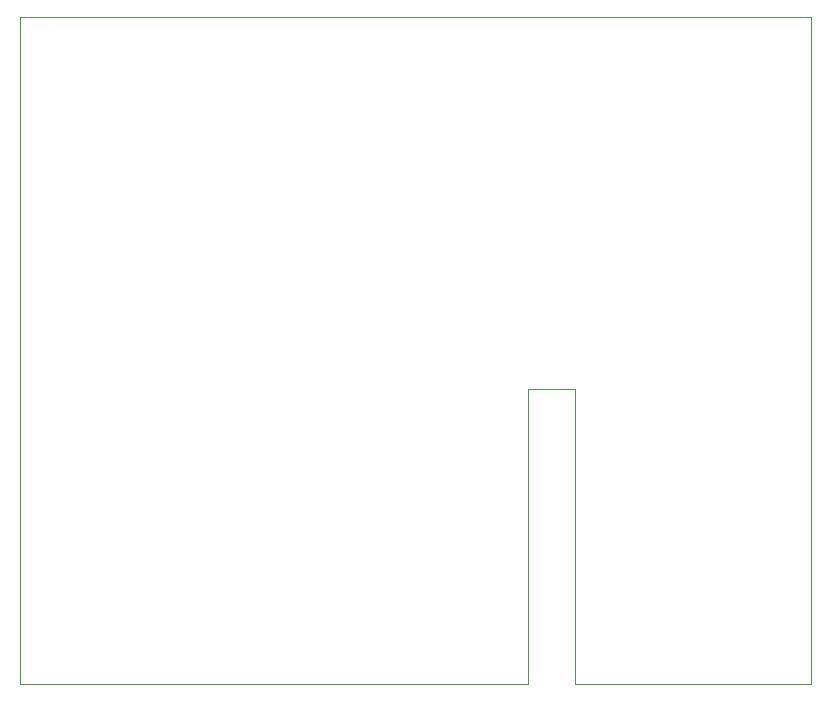
<source format=gbr>
G04 #@! TF.GenerationSoftware,KiCad,Pcbnew,5.1.5*
G04 #@! TF.CreationDate,2020-04-10T17:53:54+02:00*
G04 #@! TF.ProjectId,rc_car,72635f63-6172-42e6-9b69-6361645f7063,rev?*
G04 #@! TF.SameCoordinates,Original*
G04 #@! TF.FileFunction,Profile,NP*
%FSLAX46Y46*%
G04 Gerber Fmt 4.6, Leading zero omitted, Abs format (unit mm)*
G04 Created by KiCad (PCBNEW 5.1.5) date 2020-04-10 17:53:54*
%MOMM*%
%LPD*%
G04 APERTURE LIST*
%ADD10C,0.050000*%
G04 APERTURE END LIST*
D10*
X147000000Y-75000000D02*
X143000000Y-75000000D01*
X147000000Y-100000000D02*
X167000000Y-100000000D01*
X143000000Y-100000000D02*
X140000000Y-100000000D01*
X143000000Y-75000000D02*
X143000000Y-100000000D01*
X147000000Y-100000000D02*
X147000000Y-75000000D01*
X167000000Y-43500000D02*
X100000000Y-43500000D01*
X167000000Y-43500000D02*
X167000000Y-100000000D01*
X140000000Y-100000000D02*
X100000000Y-100000000D01*
X100000000Y-100000000D02*
X100000000Y-43500000D01*
M02*

</source>
